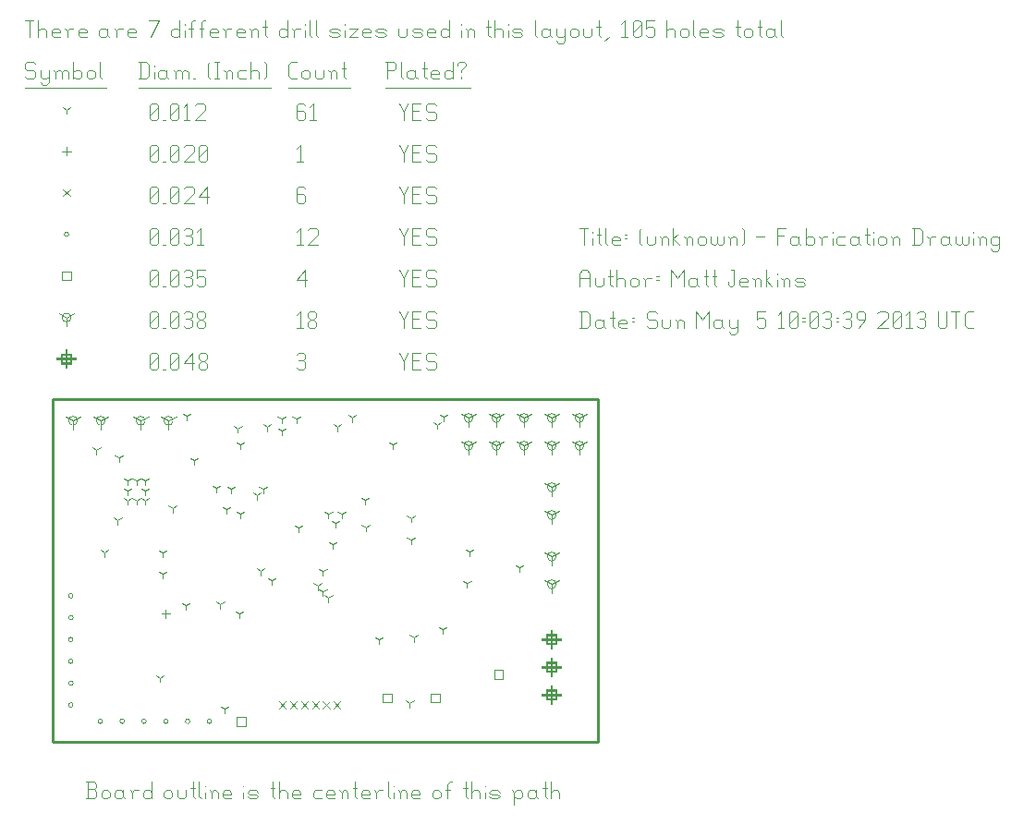
<source format=gbr>
G04 start of page 12 for group -3984 idx -3984 *
G04 Title: (unknown), fab *
G04 Creator: pcb 1.99z *
G04 CreationDate: Sun May  5 10:03:39 2013 UTC *
G04 For: matt *
G04 Format: Gerber/RS-274X *
G04 PCB-Dimensions (mil): 2165.35 1377.95 *
G04 PCB-Coordinate-Origin: lower left *
%MOIN*%
%FSLAX25Y25*%
%LNFAB*%
%ADD146C,0.0100*%
%ADD145C,0.0044*%
%ADD144R,0.0080X0.0080*%
G54D144*X190000Y30995D02*Y24595D01*
X186800Y27795D02*X193200D01*
X188400Y29395D02*X191600D01*
X188400D02*Y26195D01*
X191600D01*
Y29395D02*Y26195D01*
X190000Y40995D02*Y34595D01*
X186800Y37795D02*X193200D01*
X188400Y39395D02*X191600D01*
X188400D02*Y36195D01*
X191600D01*
Y39395D02*Y36195D01*
X190000Y50995D02*Y44595D01*
X186800Y47795D02*X193200D01*
X188400Y49395D02*X191600D01*
X188400D02*Y46195D01*
X191600D01*
Y49395D02*Y46195D01*
X15000Y152245D02*Y145845D01*
X11800Y149045D02*X18200D01*
X13400Y150645D02*X16600D01*
X13400D02*Y147445D01*
X16600D01*
Y150645D02*Y147445D01*
G54D145*X135000Y151295D02*X136500Y148295D01*
X138000Y151295D01*
X136500Y148295D02*Y145295D01*
X139800Y148595D02*X142050D01*
X139800Y145295D02*X142800D01*
X139800Y151295D02*Y145295D01*
Y151295D02*X142800D01*
X147600D02*X148350Y150545D01*
X145350Y151295D02*X147600D01*
X144600Y150545D02*X145350Y151295D01*
X144600Y150545D02*Y149045D01*
X145350Y148295D01*
X147600D01*
X148350Y147545D01*
Y146045D01*
X147600Y145295D02*X148350Y146045D01*
X145350Y145295D02*X147600D01*
X144600Y146045D02*X145350Y145295D01*
X98000Y150545D02*X98750Y151295D01*
X100250D01*
X101000Y150545D01*
X100250Y145295D02*X101000Y146045D01*
X98750Y145295D02*X100250D01*
X98000Y146045D02*X98750Y145295D01*
Y148595D02*X100250D01*
X101000Y150545D02*Y149345D01*
Y147845D02*Y146045D01*
Y147845D02*X100250Y148595D01*
X101000Y149345D02*X100250Y148595D01*
X45000Y146045D02*X45750Y145295D01*
X45000Y150545D02*Y146045D01*
Y150545D02*X45750Y151295D01*
X47250D01*
X48000Y150545D01*
Y146045D01*
X47250Y145295D02*X48000Y146045D01*
X45750Y145295D02*X47250D01*
X45000Y146795D02*X48000Y149795D01*
X49800Y145295D02*X50550D01*
X52350Y146045D02*X53100Y145295D01*
X52350Y150545D02*Y146045D01*
Y150545D02*X53100Y151295D01*
X54600D01*
X55350Y150545D01*
Y146045D01*
X54600Y145295D02*X55350Y146045D01*
X53100Y145295D02*X54600D01*
X52350Y146795D02*X55350Y149795D01*
X57150Y147545D02*X60150Y151295D01*
X57150Y147545D02*X60900D01*
X60150Y151295D02*Y145295D01*
X62700Y146045D02*X63450Y145295D01*
X62700Y147245D02*Y146045D01*
Y147245D02*X63750Y148295D01*
X64650D01*
X65700Y147245D01*
Y146045D01*
X64950Y145295D02*X65700Y146045D01*
X63450Y145295D02*X64950D01*
X62700Y149345D02*X63750Y148295D01*
X62700Y150545D02*Y149345D01*
Y150545D02*X63450Y151295D01*
X64950D01*
X65700Y150545D01*
Y149345D01*
X64650Y148295D02*X65700Y149345D01*
X17323Y126811D02*Y123611D01*
Y126811D02*X20096Y128411D01*
X17323Y126811D02*X14550Y128411D01*
X15723Y126811D02*G75*G03X18923Y126811I1600J0D01*G01*
G75*G03X15723Y126811I-1600J0D01*G01*
X27323D02*Y123611D01*
Y126811D02*X30096Y128411D01*
X27323Y126811D02*X24550Y128411D01*
X25723Y126811D02*G75*G03X28923Y126811I1600J0D01*G01*
G75*G03X25723Y126811I-1600J0D01*G01*
X41732D02*Y123611D01*
Y126811D02*X44506Y128411D01*
X41732Y126811D02*X38959Y128411D01*
X40132Y126811D02*G75*G03X43332Y126811I1600J0D01*G01*
G75*G03X40132Y126811I-1600J0D01*G01*
X51732D02*Y123611D01*
Y126811D02*X54506Y128411D01*
X51732Y126811D02*X48959Y128411D01*
X50132Y126811D02*G75*G03X53332Y126811I1600J0D01*G01*
G75*G03X50132Y126811I-1600J0D01*G01*
X190000Y77795D02*Y74595D01*
Y77795D02*X192773Y79395D01*
X190000Y77795D02*X187227Y79395D01*
X188400Y77795D02*G75*G03X191600Y77795I1600J0D01*G01*
G75*G03X188400Y77795I-1600J0D01*G01*
X190000Y67795D02*Y64595D01*
Y67795D02*X192773Y69395D01*
X190000Y67795D02*X187227Y69395D01*
X188400Y67795D02*G75*G03X191600Y67795I1600J0D01*G01*
G75*G03X188400Y67795I-1600J0D01*G01*
X160000Y117795D02*Y114595D01*
Y117795D02*X162773Y119395D01*
X160000Y117795D02*X157227Y119395D01*
X158400Y117795D02*G75*G03X161600Y117795I1600J0D01*G01*
G75*G03X158400Y117795I-1600J0D01*G01*
X160000Y127795D02*Y124595D01*
Y127795D02*X162773Y129395D01*
X160000Y127795D02*X157227Y129395D01*
X158400Y127795D02*G75*G03X161600Y127795I1600J0D01*G01*
G75*G03X158400Y127795I-1600J0D01*G01*
X170000Y117795D02*Y114595D01*
Y117795D02*X172773Y119395D01*
X170000Y117795D02*X167227Y119395D01*
X168400Y117795D02*G75*G03X171600Y117795I1600J0D01*G01*
G75*G03X168400Y117795I-1600J0D01*G01*
X170000Y127795D02*Y124595D01*
Y127795D02*X172773Y129395D01*
X170000Y127795D02*X167227Y129395D01*
X168400Y127795D02*G75*G03X171600Y127795I1600J0D01*G01*
G75*G03X168400Y127795I-1600J0D01*G01*
X180000Y117795D02*Y114595D01*
Y117795D02*X182773Y119395D01*
X180000Y117795D02*X177227Y119395D01*
X178400Y117795D02*G75*G03X181600Y117795I1600J0D01*G01*
G75*G03X178400Y117795I-1600J0D01*G01*
X180000Y127795D02*Y124595D01*
Y127795D02*X182773Y129395D01*
X180000Y127795D02*X177227Y129395D01*
X178400Y127795D02*G75*G03X181600Y127795I1600J0D01*G01*
G75*G03X178400Y127795I-1600J0D01*G01*
X190000Y117795D02*Y114595D01*
Y117795D02*X192773Y119395D01*
X190000Y117795D02*X187227Y119395D01*
X188400Y117795D02*G75*G03X191600Y117795I1600J0D01*G01*
G75*G03X188400Y117795I-1600J0D01*G01*
X190000Y127795D02*Y124595D01*
Y127795D02*X192773Y129395D01*
X190000Y127795D02*X187227Y129395D01*
X188400Y127795D02*G75*G03X191600Y127795I1600J0D01*G01*
G75*G03X188400Y127795I-1600J0D01*G01*
X200000Y117795D02*Y114595D01*
Y117795D02*X202773Y119395D01*
X200000Y117795D02*X197227Y119395D01*
X198400Y117795D02*G75*G03X201600Y117795I1600J0D01*G01*
G75*G03X198400Y117795I-1600J0D01*G01*
X200000Y127795D02*Y124595D01*
Y127795D02*X202773Y129395D01*
X200000Y127795D02*X197227Y129395D01*
X198400Y127795D02*G75*G03X201600Y127795I1600J0D01*G01*
G75*G03X198400Y127795I-1600J0D01*G01*
X190000Y102795D02*Y99595D01*
Y102795D02*X192773Y104395D01*
X190000Y102795D02*X187227Y104395D01*
X188400Y102795D02*G75*G03X191600Y102795I1600J0D01*G01*
G75*G03X188400Y102795I-1600J0D01*G01*
X190000Y92795D02*Y89595D01*
Y92795D02*X192773Y94395D01*
X190000Y92795D02*X187227Y94395D01*
X188400Y92795D02*G75*G03X191600Y92795I1600J0D01*G01*
G75*G03X188400Y92795I-1600J0D01*G01*
X15000Y164045D02*Y160845D01*
Y164045D02*X17773Y165645D01*
X15000Y164045D02*X12227Y165645D01*
X13400Y164045D02*G75*G03X16600Y164045I1600J0D01*G01*
G75*G03X13400Y164045I-1600J0D01*G01*
X135000Y166295D02*X136500Y163295D01*
X138000Y166295D01*
X136500Y163295D02*Y160295D01*
X139800Y163595D02*X142050D01*
X139800Y160295D02*X142800D01*
X139800Y166295D02*Y160295D01*
Y166295D02*X142800D01*
X147600D02*X148350Y165545D01*
X145350Y166295D02*X147600D01*
X144600Y165545D02*X145350Y166295D01*
X144600Y165545D02*Y164045D01*
X145350Y163295D01*
X147600D01*
X148350Y162545D01*
Y161045D01*
X147600Y160295D02*X148350Y161045D01*
X145350Y160295D02*X147600D01*
X144600Y161045D02*X145350Y160295D01*
X98000Y165095D02*X99200Y166295D01*
Y160295D01*
X98000D02*X100250D01*
X102050Y161045D02*X102800Y160295D01*
X102050Y162245D02*Y161045D01*
Y162245D02*X103100Y163295D01*
X104000D01*
X105050Y162245D01*
Y161045D01*
X104300Y160295D02*X105050Y161045D01*
X102800Y160295D02*X104300D01*
X102050Y164345D02*X103100Y163295D01*
X102050Y165545D02*Y164345D01*
Y165545D02*X102800Y166295D01*
X104300D01*
X105050Y165545D01*
Y164345D01*
X104000Y163295D02*X105050Y164345D01*
X45000Y161045D02*X45750Y160295D01*
X45000Y165545D02*Y161045D01*
Y165545D02*X45750Y166295D01*
X47250D01*
X48000Y165545D01*
Y161045D01*
X47250Y160295D02*X48000Y161045D01*
X45750Y160295D02*X47250D01*
X45000Y161795D02*X48000Y164795D01*
X49800Y160295D02*X50550D01*
X52350Y161045D02*X53100Y160295D01*
X52350Y165545D02*Y161045D01*
Y165545D02*X53100Y166295D01*
X54600D01*
X55350Y165545D01*
Y161045D01*
X54600Y160295D02*X55350Y161045D01*
X53100Y160295D02*X54600D01*
X52350Y161795D02*X55350Y164795D01*
X57150Y165545D02*X57900Y166295D01*
X59400D01*
X60150Y165545D01*
X59400Y160295D02*X60150Y161045D01*
X57900Y160295D02*X59400D01*
X57150Y161045D02*X57900Y160295D01*
Y163595D02*X59400D01*
X60150Y165545D02*Y164345D01*
Y162845D02*Y161045D01*
Y162845D02*X59400Y163595D01*
X60150Y164345D02*X59400Y163595D01*
X61950Y161045D02*X62700Y160295D01*
X61950Y162245D02*Y161045D01*
Y162245D02*X63000Y163295D01*
X63900D01*
X64950Y162245D01*
Y161045D01*
X64200Y160295D02*X64950Y161045D01*
X62700Y160295D02*X64200D01*
X61950Y164345D02*X63000Y163295D01*
X61950Y165545D02*Y164345D01*
Y165545D02*X62700Y166295D01*
X64200D01*
X64950Y165545D01*
Y164345D01*
X63900Y163295D02*X64950Y164345D01*
X76353Y19907D02*X79553D01*
X76353D02*Y16707D01*
X79553D01*
Y19907D02*Y16707D01*
X169266Y36876D02*X172466D01*
X169266D02*Y33676D01*
X172466D01*
Y36876D02*Y33676D01*
X146431Y28411D02*X149631D01*
X146431D02*Y25211D01*
X149631D01*
Y28411D02*Y25211D01*
X129109Y28411D02*X132309D01*
X129109D02*Y25211D01*
X132309D01*
Y28411D02*Y25211D01*
X13400Y180645D02*X16600D01*
X13400D02*Y177445D01*
X16600D01*
Y180645D02*Y177445D01*
X135000Y181295D02*X136500Y178295D01*
X138000Y181295D01*
X136500Y178295D02*Y175295D01*
X139800Y178595D02*X142050D01*
X139800Y175295D02*X142800D01*
X139800Y181295D02*Y175295D01*
Y181295D02*X142800D01*
X147600D02*X148350Y180545D01*
X145350Y181295D02*X147600D01*
X144600Y180545D02*X145350Y181295D01*
X144600Y180545D02*Y179045D01*
X145350Y178295D01*
X147600D01*
X148350Y177545D01*
Y176045D01*
X147600Y175295D02*X148350Y176045D01*
X145350Y175295D02*X147600D01*
X144600Y176045D02*X145350Y175295D01*
X98000Y177545D02*X101000Y181295D01*
X98000Y177545D02*X101750D01*
X101000Y181295D02*Y175295D01*
X45000Y176045D02*X45750Y175295D01*
X45000Y180545D02*Y176045D01*
Y180545D02*X45750Y181295D01*
X47250D01*
X48000Y180545D01*
Y176045D01*
X47250Y175295D02*X48000Y176045D01*
X45750Y175295D02*X47250D01*
X45000Y176795D02*X48000Y179795D01*
X49800Y175295D02*X50550D01*
X52350Y176045D02*X53100Y175295D01*
X52350Y180545D02*Y176045D01*
Y180545D02*X53100Y181295D01*
X54600D01*
X55350Y180545D01*
Y176045D01*
X54600Y175295D02*X55350Y176045D01*
X53100Y175295D02*X54600D01*
X52350Y176795D02*X55350Y179795D01*
X57150Y180545D02*X57900Y181295D01*
X59400D01*
X60150Y180545D01*
X59400Y175295D02*X60150Y176045D01*
X57900Y175295D02*X59400D01*
X57150Y176045D02*X57900Y175295D01*
Y178595D02*X59400D01*
X60150Y180545D02*Y179345D01*
Y177845D02*Y176045D01*
Y177845D02*X59400Y178595D01*
X60150Y179345D02*X59400Y178595D01*
X61950Y181295D02*X64950D01*
X61950D02*Y178295D01*
X62700Y179045D01*
X64200D01*
X64950Y178295D01*
Y176045D01*
X64200Y175295D02*X64950Y176045D01*
X62700Y175295D02*X64200D01*
X61950Y176045D02*X62700Y175295D01*
X26365Y18346D02*G75*G03X27965Y18346I800J0D01*G01*
G75*G03X26365Y18346I-800J0D01*G01*
X34239D02*G75*G03X35839Y18346I800J0D01*G01*
G75*G03X34239Y18346I-800J0D01*G01*
X15735Y63622D02*G75*G03X17335Y63622I800J0D01*G01*
G75*G03X15735Y63622I-800J0D01*G01*
Y55748D02*G75*G03X17335Y55748I800J0D01*G01*
G75*G03X15735Y55748I-800J0D01*G01*
Y47874D02*G75*G03X17335Y47874I800J0D01*G01*
G75*G03X15735Y47874I-800J0D01*G01*
Y40000D02*G75*G03X17335Y40000I800J0D01*G01*
G75*G03X15735Y40000I-800J0D01*G01*
Y32126D02*G75*G03X17335Y32126I800J0D01*G01*
G75*G03X15735Y32126I-800J0D01*G01*
Y24252D02*G75*G03X17335Y24252I800J0D01*G01*
G75*G03X15735Y24252I-800J0D01*G01*
X57861Y18346D02*G75*G03X59461Y18346I800J0D01*G01*
G75*G03X57861Y18346I-800J0D01*G01*
X65735D02*G75*G03X67335Y18346I800J0D01*G01*
G75*G03X65735Y18346I-800J0D01*G01*
X42113D02*G75*G03X43713Y18346I800J0D01*G01*
G75*G03X42113Y18346I-800J0D01*G01*
X49987D02*G75*G03X51587Y18346I800J0D01*G01*
G75*G03X49987Y18346I-800J0D01*G01*
X14200Y194045D02*G75*G03X15800Y194045I800J0D01*G01*
G75*G03X14200Y194045I-800J0D01*G01*
X135000Y196295D02*X136500Y193295D01*
X138000Y196295D01*
X136500Y193295D02*Y190295D01*
X139800Y193595D02*X142050D01*
X139800Y190295D02*X142800D01*
X139800Y196295D02*Y190295D01*
Y196295D02*X142800D01*
X147600D02*X148350Y195545D01*
X145350Y196295D02*X147600D01*
X144600Y195545D02*X145350Y196295D01*
X144600Y195545D02*Y194045D01*
X145350Y193295D01*
X147600D01*
X148350Y192545D01*
Y191045D01*
X147600Y190295D02*X148350Y191045D01*
X145350Y190295D02*X147600D01*
X144600Y191045D02*X145350Y190295D01*
X98000Y195095D02*X99200Y196295D01*
Y190295D01*
X98000D02*X100250D01*
X102050Y195545D02*X102800Y196295D01*
X105050D01*
X105800Y195545D01*
Y194045D01*
X102050Y190295D02*X105800Y194045D01*
X102050Y190295D02*X105800D01*
X45000Y191045D02*X45750Y190295D01*
X45000Y195545D02*Y191045D01*
Y195545D02*X45750Y196295D01*
X47250D01*
X48000Y195545D01*
Y191045D01*
X47250Y190295D02*X48000Y191045D01*
X45750Y190295D02*X47250D01*
X45000Y191795D02*X48000Y194795D01*
X49800Y190295D02*X50550D01*
X52350Y191045D02*X53100Y190295D01*
X52350Y195545D02*Y191045D01*
Y195545D02*X53100Y196295D01*
X54600D01*
X55350Y195545D01*
Y191045D01*
X54600Y190295D02*X55350Y191045D01*
X53100Y190295D02*X54600D01*
X52350Y191795D02*X55350Y194795D01*
X57150Y195545D02*X57900Y196295D01*
X59400D01*
X60150Y195545D01*
X59400Y190295D02*X60150Y191045D01*
X57900Y190295D02*X59400D01*
X57150Y191045D02*X57900Y190295D01*
Y193595D02*X59400D01*
X60150Y195545D02*Y194345D01*
Y192845D02*Y191045D01*
Y192845D02*X59400Y193595D01*
X60150Y194345D02*X59400Y193595D01*
X61950Y195095D02*X63150Y196295D01*
Y190295D01*
X61950D02*X64200D01*
X91713Y25452D02*X94113Y23052D01*
X91713D02*X94113Y25452D01*
X95650D02*X98050Y23052D01*
X95650D02*X98050Y25452D01*
X99587D02*X101987Y23052D01*
X99587D02*X101987Y25452D01*
X103524D02*X105924Y23052D01*
X103524D02*X105924Y25452D01*
X107461D02*X109861Y23052D01*
X107461D02*X109861Y25452D01*
X111398D02*X113798Y23052D01*
X111398D02*X113798Y25452D01*
X13800Y210245D02*X16200Y207845D01*
X13800D02*X16200Y210245D01*
X135000Y211295D02*X136500Y208295D01*
X138000Y211295D01*
X136500Y208295D02*Y205295D01*
X139800Y208595D02*X142050D01*
X139800Y205295D02*X142800D01*
X139800Y211295D02*Y205295D01*
Y211295D02*X142800D01*
X147600D02*X148350Y210545D01*
X145350Y211295D02*X147600D01*
X144600Y210545D02*X145350Y211295D01*
X144600Y210545D02*Y209045D01*
X145350Y208295D01*
X147600D01*
X148350Y207545D01*
Y206045D01*
X147600Y205295D02*X148350Y206045D01*
X145350Y205295D02*X147600D01*
X144600Y206045D02*X145350Y205295D01*
X100250Y211295D02*X101000Y210545D01*
X98750Y211295D02*X100250D01*
X98000Y210545D02*X98750Y211295D01*
X98000Y210545D02*Y206045D01*
X98750Y205295D01*
X100250Y208595D02*X101000Y207845D01*
X98000Y208595D02*X100250D01*
X98750Y205295D02*X100250D01*
X101000Y206045D01*
Y207845D02*Y206045D01*
X45000D02*X45750Y205295D01*
X45000Y210545D02*Y206045D01*
Y210545D02*X45750Y211295D01*
X47250D01*
X48000Y210545D01*
Y206045D01*
X47250Y205295D02*X48000Y206045D01*
X45750Y205295D02*X47250D01*
X45000Y206795D02*X48000Y209795D01*
X49800Y205295D02*X50550D01*
X52350Y206045D02*X53100Y205295D01*
X52350Y210545D02*Y206045D01*
Y210545D02*X53100Y211295D01*
X54600D01*
X55350Y210545D01*
Y206045D01*
X54600Y205295D02*X55350Y206045D01*
X53100Y205295D02*X54600D01*
X52350Y206795D02*X55350Y209795D01*
X57150Y210545D02*X57900Y211295D01*
X60150D01*
X60900Y210545D01*
Y209045D01*
X57150Y205295D02*X60900Y209045D01*
X57150Y205295D02*X60900D01*
X62700Y207545D02*X65700Y211295D01*
X62700Y207545D02*X66450D01*
X65700Y211295D02*Y205295D01*
X50787Y58726D02*Y55526D01*
X49187Y57126D02*X52387D01*
X15000Y225645D02*Y222445D01*
X13400Y224045D02*X16600D01*
X135000Y226295D02*X136500Y223295D01*
X138000Y226295D01*
X136500Y223295D02*Y220295D01*
X139800Y223595D02*X142050D01*
X139800Y220295D02*X142800D01*
X139800Y226295D02*Y220295D01*
Y226295D02*X142800D01*
X147600D02*X148350Y225545D01*
X145350Y226295D02*X147600D01*
X144600Y225545D02*X145350Y226295D01*
X144600Y225545D02*Y224045D01*
X145350Y223295D01*
X147600D01*
X148350Y222545D01*
Y221045D01*
X147600Y220295D02*X148350Y221045D01*
X145350Y220295D02*X147600D01*
X144600Y221045D02*X145350Y220295D01*
X98000Y225095D02*X99200Y226295D01*
Y220295D01*
X98000D02*X100250D01*
X45000Y221045D02*X45750Y220295D01*
X45000Y225545D02*Y221045D01*
Y225545D02*X45750Y226295D01*
X47250D01*
X48000Y225545D01*
Y221045D01*
X47250Y220295D02*X48000Y221045D01*
X45750Y220295D02*X47250D01*
X45000Y221795D02*X48000Y224795D01*
X49800Y220295D02*X50550D01*
X52350Y221045D02*X53100Y220295D01*
X52350Y225545D02*Y221045D01*
Y225545D02*X53100Y226295D01*
X54600D01*
X55350Y225545D01*
Y221045D01*
X54600Y220295D02*X55350Y221045D01*
X53100Y220295D02*X54600D01*
X52350Y221795D02*X55350Y224795D01*
X57150Y225545D02*X57900Y226295D01*
X60150D01*
X60900Y225545D01*
Y224045D01*
X57150Y220295D02*X60900Y224045D01*
X57150Y220295D02*X60900D01*
X62700Y221045D02*X63450Y220295D01*
X62700Y225545D02*Y221045D01*
Y225545D02*X63450Y226295D01*
X64950D01*
X65700Y225545D01*
Y221045D01*
X64950Y220295D02*X65700Y221045D01*
X63450Y220295D02*X64950D01*
X62700Y221795D02*X65700Y224795D01*
X85039Y72677D02*Y71077D01*
Y72677D02*X86426Y73477D01*
X85039Y72677D02*X83653Y73477D01*
X109449Y93150D02*Y91550D01*
Y93150D02*X110835Y93950D01*
X109449Y93150D02*X108062Y93950D01*
X33858Y113583D02*Y111983D01*
Y113583D02*X35245Y114383D01*
X33858Y113583D02*X32472Y114383D01*
X33465Y90984D02*Y89384D01*
Y90984D02*X34851Y91784D01*
X33465Y90984D02*X32078Y91784D01*
X61024Y112441D02*Y110841D01*
Y112441D02*X62410Y113241D01*
X61024Y112441D02*X59637Y113241D01*
X127559Y47874D02*Y46274D01*
Y47874D02*X128946Y48674D01*
X127559Y47874D02*X126172Y48674D01*
X98622Y88228D02*Y86628D01*
Y88228D02*X100009Y89028D01*
X98622Y88228D02*X97235Y89028D01*
X117913Y127992D02*Y126392D01*
Y127992D02*X119300Y128792D01*
X117913Y127992D02*X116527Y128792D01*
X92520Y127598D02*Y125998D01*
Y127598D02*X93906Y128398D01*
X92520Y127598D02*X91133Y128398D01*
X97835Y127598D02*Y125998D01*
Y127598D02*X99221Y128398D01*
X97835Y127598D02*X96448Y128398D01*
X87402Y124646D02*Y123046D01*
Y124646D02*X88788Y125446D01*
X87402Y124646D02*X86015Y125446D01*
X92717Y123268D02*Y121668D01*
Y123268D02*X94103Y124068D01*
X92717Y123268D02*X91330Y124068D01*
X122638Y98268D02*Y96668D01*
Y98268D02*X124024Y99068D01*
X122638Y98268D02*X121251Y99068D01*
X107480Y72480D02*Y70880D01*
Y72480D02*X108867Y73280D01*
X107480Y72480D02*X106094Y73280D01*
X138780Y25039D02*Y23439D01*
Y25039D02*X140166Y25839D01*
X138780Y25039D02*X137393Y25839D01*
X48622Y34094D02*Y32494D01*
Y34094D02*X50009Y34894D01*
X48622Y34094D02*X47235Y34894D01*
X49606Y79173D02*Y77573D01*
Y79173D02*X50993Y79973D01*
X49606Y79173D02*X48220Y79973D01*
X112598Y124646D02*Y123046D01*
Y124646D02*X113985Y125446D01*
X112598Y124646D02*X111212Y125446D01*
X76772Y124055D02*Y122455D01*
Y124055D02*X78158Y124855D01*
X76772Y124055D02*X75385Y124855D01*
X74409Y102205D02*Y100605D01*
Y102205D02*X75796Y103005D01*
X74409Y102205D02*X73023Y103005D01*
X140157Y48661D02*Y47061D01*
Y48661D02*X141544Y49461D01*
X140157Y48661D02*X138771Y49461D01*
X88976Y69134D02*Y67534D01*
Y69134D02*X90363Y69934D01*
X88976Y69134D02*X87590Y69934D01*
X122835Y88425D02*Y86825D01*
Y88425D02*X124221Y89225D01*
X122835Y88425D02*X121448Y89225D01*
X111024Y82126D02*Y80526D01*
Y82126D02*X112410Y82926D01*
X111024Y82126D02*X109637Y82926D01*
X53150Y95315D02*Y93715D01*
Y95315D02*X54536Y96115D01*
X53150Y95315D02*X51763Y96115D01*
X43307Y101575D02*Y99975D01*
Y101575D02*X44694Y102375D01*
X43307Y101575D02*X41920Y102375D01*
X37008Y101575D02*Y99975D01*
Y101575D02*X38395Y102375D01*
X37008Y101575D02*X35621Y102375D01*
X25787Y116339D02*Y114739D01*
Y116339D02*X27174Y117139D01*
X25787Y116339D02*X24401Y117139D01*
X107480Y65197D02*Y63597D01*
Y65197D02*X108867Y65997D01*
X107480Y65197D02*X106094Y65997D01*
X109449Y63031D02*Y61431D01*
Y63031D02*X110835Y63831D01*
X109449Y63031D02*X108062Y63831D01*
X105512Y67362D02*Y65762D01*
Y67362D02*X106898Y68162D01*
X105512Y67362D02*X104125Y68162D01*
X139173Y91772D02*Y90172D01*
Y91772D02*X140560Y92572D01*
X139173Y91772D02*X137787Y92572D01*
X139173Y83898D02*Y82298D01*
Y83898D02*X140560Y84698D01*
X139173Y83898D02*X137787Y84698D01*
X160236Y79567D02*Y77967D01*
Y79567D02*X161623Y80367D01*
X160236Y79567D02*X158850Y80367D01*
X159449Y68150D02*Y66550D01*
Y68150D02*X160835Y68950D01*
X159449Y68150D02*X158062Y68950D01*
X178346Y73858D02*Y72258D01*
Y73858D02*X179733Y74658D01*
X178346Y73858D02*X176960Y74658D01*
X49606Y71496D02*Y69896D01*
Y71496D02*X50993Y72296D01*
X49606Y71496D02*X48220Y72296D01*
X28737Y79373D02*Y77773D01*
Y79373D02*X30124Y80173D01*
X28737Y79373D02*X27350Y80173D01*
X58268Y128583D02*Y126983D01*
Y128583D02*X59654Y129383D01*
X58268Y128583D02*X56881Y129383D01*
X77756Y118150D02*Y116550D01*
Y118150D02*X79143Y118950D01*
X77756Y118150D02*X76369Y118950D01*
X69094Y102598D02*Y100998D01*
Y102598D02*X70481Y103398D01*
X69094Y102598D02*X67708Y103398D01*
X72638Y94921D02*Y93321D01*
Y94921D02*X74024Y95721D01*
X72638Y94921D02*X71251Y95721D01*
X148622Y125433D02*Y123833D01*
Y125433D02*X150009Y126233D01*
X148622Y125433D02*X147235Y126233D01*
X150984Y128189D02*Y126589D01*
Y128189D02*X152371Y128989D01*
X150984Y128189D02*X149598Y128989D01*
X37008Y105157D02*Y103557D01*
Y105157D02*X38395Y105957D01*
X37008Y105157D02*X35621Y105957D01*
X40157Y105157D02*Y103557D01*
Y105157D02*X41544Y105957D01*
X40157Y105157D02*X38771Y105957D01*
X43307Y105157D02*Y103557D01*
Y105157D02*X44694Y105957D01*
X43307Y105157D02*X41920Y105957D01*
X37008Y98071D02*Y96471D01*
Y98071D02*X38395Y98871D01*
X37008Y98071D02*X35621Y98871D01*
X40157Y98071D02*Y96471D01*
Y98071D02*X41544Y98871D01*
X40157Y98071D02*X38771Y98871D01*
X132677Y118150D02*Y116550D01*
Y118150D02*X134064Y118950D01*
X132677Y118150D02*X131290Y118950D01*
X112008Y89803D02*Y88203D01*
Y89803D02*X113395Y90603D01*
X112008Y89803D02*X110621Y90603D01*
X114173Y93150D02*Y91550D01*
Y93150D02*X115560Y93950D01*
X114173Y93150D02*X112787Y93950D01*
X70472Y60669D02*Y59069D01*
Y60669D02*X71859Y61469D01*
X70472Y60669D02*X69086Y61469D01*
X77362Y57126D02*Y55526D01*
Y57126D02*X78749Y57926D01*
X77362Y57126D02*X75976Y57926D01*
X72047Y22874D02*Y21274D01*
Y22874D02*X73434Y23674D01*
X72047Y22874D02*X70661Y23674D01*
X57874Y60276D02*Y58676D01*
Y60276D02*X59261Y61076D01*
X57874Y60276D02*X56487Y61076D01*
X77756Y93150D02*Y91550D01*
Y93150D02*X79143Y93950D01*
X77756Y93150D02*X76369Y93950D01*
X150591Y51614D02*Y50014D01*
Y51614D02*X151977Y52414D01*
X150591Y51614D02*X149204Y52414D01*
X83661Y100039D02*Y98439D01*
Y100039D02*X85048Y100839D01*
X83661Y100039D02*X82275Y100839D01*
X85827Y102205D02*Y100605D01*
Y102205D02*X87213Y103005D01*
X85827Y102205D02*X84440Y103005D01*
X43307Y98071D02*Y96471D01*
Y98071D02*X44694Y98871D01*
X43307Y98071D02*X41920Y98871D01*
X15000Y239045D02*Y237445D01*
Y239045D02*X16387Y239845D01*
X15000Y239045D02*X13613Y239845D01*
X135000Y241295D02*X136500Y238295D01*
X138000Y241295D01*
X136500Y238295D02*Y235295D01*
X139800Y238595D02*X142050D01*
X139800Y235295D02*X142800D01*
X139800Y241295D02*Y235295D01*
Y241295D02*X142800D01*
X147600D02*X148350Y240545D01*
X145350Y241295D02*X147600D01*
X144600Y240545D02*X145350Y241295D01*
X144600Y240545D02*Y239045D01*
X145350Y238295D01*
X147600D01*
X148350Y237545D01*
Y236045D01*
X147600Y235295D02*X148350Y236045D01*
X145350Y235295D02*X147600D01*
X144600Y236045D02*X145350Y235295D01*
X100250Y241295D02*X101000Y240545D01*
X98750Y241295D02*X100250D01*
X98000Y240545D02*X98750Y241295D01*
X98000Y240545D02*Y236045D01*
X98750Y235295D01*
X100250Y238595D02*X101000Y237845D01*
X98000Y238595D02*X100250D01*
X98750Y235295D02*X100250D01*
X101000Y236045D01*
Y237845D02*Y236045D01*
X102800Y240095D02*X104000Y241295D01*
Y235295D01*
X102800D02*X105050D01*
X45000Y236045D02*X45750Y235295D01*
X45000Y240545D02*Y236045D01*
Y240545D02*X45750Y241295D01*
X47250D01*
X48000Y240545D01*
Y236045D01*
X47250Y235295D02*X48000Y236045D01*
X45750Y235295D02*X47250D01*
X45000Y236795D02*X48000Y239795D01*
X49800Y235295D02*X50550D01*
X52350Y236045D02*X53100Y235295D01*
X52350Y240545D02*Y236045D01*
Y240545D02*X53100Y241295D01*
X54600D01*
X55350Y240545D01*
Y236045D01*
X54600Y235295D02*X55350Y236045D01*
X53100Y235295D02*X54600D01*
X52350Y236795D02*X55350Y239795D01*
X57150Y240095D02*X58350Y241295D01*
Y235295D01*
X57150D02*X59400D01*
X61200Y240545D02*X61950Y241295D01*
X64200D01*
X64950Y240545D01*
Y239045D01*
X61200Y235295D02*X64950Y239045D01*
X61200Y235295D02*X64950D01*
X3000Y256295D02*X3750Y255545D01*
X750Y256295D02*X3000D01*
X0Y255545D02*X750Y256295D01*
X0Y255545D02*Y254045D01*
X750Y253295D01*
X3000D01*
X3750Y252545D01*
Y251045D01*
X3000Y250295D02*X3750Y251045D01*
X750Y250295D02*X3000D01*
X0Y251045D02*X750Y250295D01*
X5550Y253295D02*Y251045D01*
X6300Y250295D01*
X8550Y253295D02*Y248795D01*
X7800Y248045D02*X8550Y248795D01*
X6300Y248045D02*X7800D01*
X5550Y248795D02*X6300Y248045D01*
Y250295D02*X7800D01*
X8550Y251045D01*
X11100Y252545D02*Y250295D01*
Y252545D02*X11850Y253295D01*
X12600D01*
X13350Y252545D01*
Y250295D01*
Y252545D02*X14100Y253295D01*
X14850D01*
X15600Y252545D01*
Y250295D01*
X10350Y253295D02*X11100Y252545D01*
X17400Y256295D02*Y250295D01*
Y251045D02*X18150Y250295D01*
X19650D01*
X20400Y251045D01*
Y252545D02*Y251045D01*
X19650Y253295D02*X20400Y252545D01*
X18150Y253295D02*X19650D01*
X17400Y252545D02*X18150Y253295D01*
X22200Y252545D02*Y251045D01*
Y252545D02*X22950Y253295D01*
X24450D01*
X25200Y252545D01*
Y251045D01*
X24450Y250295D02*X25200Y251045D01*
X22950Y250295D02*X24450D01*
X22200Y251045D02*X22950Y250295D01*
X27000Y256295D02*Y251045D01*
X27750Y250295D01*
X0Y247045D02*X29250D01*
X41750Y256295D02*Y250295D01*
X43700Y256295D02*X44750Y255245D01*
Y251345D01*
X43700Y250295D02*X44750Y251345D01*
X41000Y250295D02*X43700D01*
X41000Y256295D02*X43700D01*
X46550Y254795D02*Y254645D01*
Y252545D02*Y250295D01*
X50300Y253295D02*X51050Y252545D01*
X48800Y253295D02*X50300D01*
X48050Y252545D02*X48800Y253295D01*
X48050Y252545D02*Y251045D01*
X48800Y250295D01*
X51050Y253295D02*Y251045D01*
X51800Y250295D01*
X48800D02*X50300D01*
X51050Y251045D01*
X54350Y252545D02*Y250295D01*
Y252545D02*X55100Y253295D01*
X55850D01*
X56600Y252545D01*
Y250295D01*
Y252545D02*X57350Y253295D01*
X58100D01*
X58850Y252545D01*
Y250295D01*
X53600Y253295D02*X54350Y252545D01*
X60650Y250295D02*X61400D01*
X65900Y251045D02*X66650Y250295D01*
X65900Y255545D02*X66650Y256295D01*
X65900Y255545D02*Y251045D01*
X68450Y256295D02*X69950D01*
X69200D02*Y250295D01*
X68450D02*X69950D01*
X72500Y252545D02*Y250295D01*
Y252545D02*X73250Y253295D01*
X74000D01*
X74750Y252545D01*
Y250295D01*
X71750Y253295D02*X72500Y252545D01*
X77300Y253295D02*X79550D01*
X76550Y252545D02*X77300Y253295D01*
X76550Y252545D02*Y251045D01*
X77300Y250295D01*
X79550D01*
X81350Y256295D02*Y250295D01*
Y252545D02*X82100Y253295D01*
X83600D01*
X84350Y252545D01*
Y250295D01*
X86150Y256295D02*X86900Y255545D01*
Y251045D01*
X86150Y250295D02*X86900Y251045D01*
X41000Y247045D02*X88700D01*
X96050Y250295D02*X98000D01*
X95000Y251345D02*X96050Y250295D01*
X95000Y255245D02*Y251345D01*
Y255245D02*X96050Y256295D01*
X98000D01*
X99800Y252545D02*Y251045D01*
Y252545D02*X100550Y253295D01*
X102050D01*
X102800Y252545D01*
Y251045D01*
X102050Y250295D02*X102800Y251045D01*
X100550Y250295D02*X102050D01*
X99800Y251045D02*X100550Y250295D01*
X104600Y253295D02*Y251045D01*
X105350Y250295D01*
X106850D01*
X107600Y251045D01*
Y253295D02*Y251045D01*
X110150Y252545D02*Y250295D01*
Y252545D02*X110900Y253295D01*
X111650D01*
X112400Y252545D01*
Y250295D01*
X109400Y253295D02*X110150Y252545D01*
X114950Y256295D02*Y251045D01*
X115700Y250295D01*
X114200Y254045D02*X115700D01*
X95000Y247045D02*X117200D01*
X130750Y256295D02*Y250295D01*
X130000Y256295D02*X133000D01*
X133750Y255545D01*
Y254045D01*
X133000Y253295D02*X133750Y254045D01*
X130750Y253295D02*X133000D01*
X135550Y256295D02*Y251045D01*
X136300Y250295D01*
X140050Y253295D02*X140800Y252545D01*
X138550Y253295D02*X140050D01*
X137800Y252545D02*X138550Y253295D01*
X137800Y252545D02*Y251045D01*
X138550Y250295D01*
X140800Y253295D02*Y251045D01*
X141550Y250295D01*
X138550D02*X140050D01*
X140800Y251045D01*
X144100Y256295D02*Y251045D01*
X144850Y250295D01*
X143350Y254045D02*X144850D01*
X147100Y250295D02*X149350D01*
X146350Y251045D02*X147100Y250295D01*
X146350Y252545D02*Y251045D01*
Y252545D02*X147100Y253295D01*
X148600D01*
X149350Y252545D01*
X146350Y251795D02*X149350D01*
Y252545D02*Y251795D01*
X154150Y256295D02*Y250295D01*
X153400D02*X154150Y251045D01*
X151900Y250295D02*X153400D01*
X151150Y251045D02*X151900Y250295D01*
X151150Y252545D02*Y251045D01*
Y252545D02*X151900Y253295D01*
X153400D01*
X154150Y252545D01*
X157450Y253295D02*Y252545D01*
Y251045D02*Y250295D01*
X155950Y255545D02*Y254795D01*
Y255545D02*X156700Y256295D01*
X158200D01*
X158950Y255545D01*
Y254795D01*
X157450Y253295D02*X158950Y254795D01*
X130000Y247045D02*X160750D01*
X0Y271295D02*X3000D01*
X1500D02*Y265295D01*
X4800Y271295D02*Y265295D01*
Y267545D02*X5550Y268295D01*
X7050D01*
X7800Y267545D01*
Y265295D01*
X10350D02*X12600D01*
X9600Y266045D02*X10350Y265295D01*
X9600Y267545D02*Y266045D01*
Y267545D02*X10350Y268295D01*
X11850D01*
X12600Y267545D01*
X9600Y266795D02*X12600D01*
Y267545D02*Y266795D01*
X15150Y267545D02*Y265295D01*
Y267545D02*X15900Y268295D01*
X17400D01*
X14400D02*X15150Y267545D01*
X19950Y265295D02*X22200D01*
X19200Y266045D02*X19950Y265295D01*
X19200Y267545D02*Y266045D01*
Y267545D02*X19950Y268295D01*
X21450D01*
X22200Y267545D01*
X19200Y266795D02*X22200D01*
Y267545D02*Y266795D01*
X28950Y268295D02*X29700Y267545D01*
X27450Y268295D02*X28950D01*
X26700Y267545D02*X27450Y268295D01*
X26700Y267545D02*Y266045D01*
X27450Y265295D01*
X29700Y268295D02*Y266045D01*
X30450Y265295D01*
X27450D02*X28950D01*
X29700Y266045D01*
X33000Y267545D02*Y265295D01*
Y267545D02*X33750Y268295D01*
X35250D01*
X32250D02*X33000Y267545D01*
X37800Y265295D02*X40050D01*
X37050Y266045D02*X37800Y265295D01*
X37050Y267545D02*Y266045D01*
Y267545D02*X37800Y268295D01*
X39300D01*
X40050Y267545D01*
X37050Y266795D02*X40050D01*
Y267545D02*Y266795D01*
X45300Y265295D02*X48300Y271295D01*
X44550D02*X48300D01*
X55800D02*Y265295D01*
X55050D02*X55800Y266045D01*
X53550Y265295D02*X55050D01*
X52800Y266045D02*X53550Y265295D01*
X52800Y267545D02*Y266045D01*
Y267545D02*X53550Y268295D01*
X55050D01*
X55800Y267545D01*
X57600Y269795D02*Y269645D01*
Y267545D02*Y265295D01*
X59850Y270545D02*Y265295D01*
Y270545D02*X60600Y271295D01*
X61350D01*
X59100Y268295D02*X60600D01*
X63600Y270545D02*Y265295D01*
Y270545D02*X64350Y271295D01*
X65100D01*
X62850Y268295D02*X64350D01*
X67350Y265295D02*X69600D01*
X66600Y266045D02*X67350Y265295D01*
X66600Y267545D02*Y266045D01*
Y267545D02*X67350Y268295D01*
X68850D01*
X69600Y267545D01*
X66600Y266795D02*X69600D01*
Y267545D02*Y266795D01*
X72150Y267545D02*Y265295D01*
Y267545D02*X72900Y268295D01*
X74400D01*
X71400D02*X72150Y267545D01*
X76950Y265295D02*X79200D01*
X76200Y266045D02*X76950Y265295D01*
X76200Y267545D02*Y266045D01*
Y267545D02*X76950Y268295D01*
X78450D01*
X79200Y267545D01*
X76200Y266795D02*X79200D01*
Y267545D02*Y266795D01*
X81750Y267545D02*Y265295D01*
Y267545D02*X82500Y268295D01*
X83250D01*
X84000Y267545D01*
Y265295D01*
X81000Y268295D02*X81750Y267545D01*
X86550Y271295D02*Y266045D01*
X87300Y265295D01*
X85800Y269045D02*X87300D01*
X94500Y271295D02*Y265295D01*
X93750D02*X94500Y266045D01*
X92250Y265295D02*X93750D01*
X91500Y266045D02*X92250Y265295D01*
X91500Y267545D02*Y266045D01*
Y267545D02*X92250Y268295D01*
X93750D01*
X94500Y267545D01*
X97050D02*Y265295D01*
Y267545D02*X97800Y268295D01*
X99300D01*
X96300D02*X97050Y267545D01*
X101100Y269795D02*Y269645D01*
Y267545D02*Y265295D01*
X102600Y271295D02*Y266045D01*
X103350Y265295D01*
X104850Y271295D02*Y266045D01*
X105600Y265295D01*
X110550D02*X112800D01*
X113550Y266045D01*
X112800Y266795D02*X113550Y266045D01*
X110550Y266795D02*X112800D01*
X109800Y267545D02*X110550Y266795D01*
X109800Y267545D02*X110550Y268295D01*
X112800D01*
X113550Y267545D01*
X109800Y266045D02*X110550Y265295D01*
X115350Y269795D02*Y269645D01*
Y267545D02*Y265295D01*
X116850Y268295D02*X119850D01*
X116850Y265295D02*X119850Y268295D01*
X116850Y265295D02*X119850D01*
X122400D02*X124650D01*
X121650Y266045D02*X122400Y265295D01*
X121650Y267545D02*Y266045D01*
Y267545D02*X122400Y268295D01*
X123900D01*
X124650Y267545D01*
X121650Y266795D02*X124650D01*
Y267545D02*Y266795D01*
X127200Y265295D02*X129450D01*
X130200Y266045D01*
X129450Y266795D02*X130200Y266045D01*
X127200Y266795D02*X129450D01*
X126450Y267545D02*X127200Y266795D01*
X126450Y267545D02*X127200Y268295D01*
X129450D01*
X130200Y267545D01*
X126450Y266045D02*X127200Y265295D01*
X134700Y268295D02*Y266045D01*
X135450Y265295D01*
X136950D01*
X137700Y266045D01*
Y268295D02*Y266045D01*
X140250Y265295D02*X142500D01*
X143250Y266045D01*
X142500Y266795D02*X143250Y266045D01*
X140250Y266795D02*X142500D01*
X139500Y267545D02*X140250Y266795D01*
X139500Y267545D02*X140250Y268295D01*
X142500D01*
X143250Y267545D01*
X139500Y266045D02*X140250Y265295D01*
X145800D02*X148050D01*
X145050Y266045D02*X145800Y265295D01*
X145050Y267545D02*Y266045D01*
Y267545D02*X145800Y268295D01*
X147300D01*
X148050Y267545D01*
X145050Y266795D02*X148050D01*
Y267545D02*Y266795D01*
X152850Y271295D02*Y265295D01*
X152100D02*X152850Y266045D01*
X150600Y265295D02*X152100D01*
X149850Y266045D02*X150600Y265295D01*
X149850Y267545D02*Y266045D01*
Y267545D02*X150600Y268295D01*
X152100D01*
X152850Y267545D01*
X157350Y269795D02*Y269645D01*
Y267545D02*Y265295D01*
X159600Y267545D02*Y265295D01*
Y267545D02*X160350Y268295D01*
X161100D01*
X161850Y267545D01*
Y265295D01*
X158850Y268295D02*X159600Y267545D01*
X167100Y271295D02*Y266045D01*
X167850Y265295D01*
X166350Y269045D02*X167850D01*
X169350Y271295D02*Y265295D01*
Y267545D02*X170100Y268295D01*
X171600D01*
X172350Y267545D01*
Y265295D01*
X174150Y269795D02*Y269645D01*
Y267545D02*Y265295D01*
X176400D02*X178650D01*
X179400Y266045D01*
X178650Y266795D02*X179400Y266045D01*
X176400Y266795D02*X178650D01*
X175650Y267545D02*X176400Y266795D01*
X175650Y267545D02*X176400Y268295D01*
X178650D01*
X179400Y267545D01*
X175650Y266045D02*X176400Y265295D01*
X183900Y271295D02*Y266045D01*
X184650Y265295D01*
X188400Y268295D02*X189150Y267545D01*
X186900Y268295D02*X188400D01*
X186150Y267545D02*X186900Y268295D01*
X186150Y267545D02*Y266045D01*
X186900Y265295D01*
X189150Y268295D02*Y266045D01*
X189900Y265295D01*
X186900D02*X188400D01*
X189150Y266045D01*
X191700Y268295D02*Y266045D01*
X192450Y265295D01*
X194700Y268295D02*Y263795D01*
X193950Y263045D02*X194700Y263795D01*
X192450Y263045D02*X193950D01*
X191700Y263795D02*X192450Y263045D01*
Y265295D02*X193950D01*
X194700Y266045D01*
X196500Y267545D02*Y266045D01*
Y267545D02*X197250Y268295D01*
X198750D01*
X199500Y267545D01*
Y266045D01*
X198750Y265295D02*X199500Y266045D01*
X197250Y265295D02*X198750D01*
X196500Y266045D02*X197250Y265295D01*
X201300Y268295D02*Y266045D01*
X202050Y265295D01*
X203550D01*
X204300Y266045D01*
Y268295D02*Y266045D01*
X206850Y271295D02*Y266045D01*
X207600Y265295D01*
X206100Y269045D02*X207600D01*
X209100Y263795D02*X210600Y265295D01*
X215100Y270095D02*X216300Y271295D01*
Y265295D01*
X215100D02*X217350D01*
X219150Y266045D02*X219900Y265295D01*
X219150Y270545D02*Y266045D01*
Y270545D02*X219900Y271295D01*
X221400D01*
X222150Y270545D01*
Y266045D01*
X221400Y265295D02*X222150Y266045D01*
X219900Y265295D02*X221400D01*
X219150Y266795D02*X222150Y269795D01*
X223950Y271295D02*X226950D01*
X223950D02*Y268295D01*
X224700Y269045D01*
X226200D01*
X226950Y268295D01*
Y266045D01*
X226200Y265295D02*X226950Y266045D01*
X224700Y265295D02*X226200D01*
X223950Y266045D02*X224700Y265295D01*
X231450Y271295D02*Y265295D01*
Y267545D02*X232200Y268295D01*
X233700D01*
X234450Y267545D01*
Y265295D01*
X236250Y267545D02*Y266045D01*
Y267545D02*X237000Y268295D01*
X238500D01*
X239250Y267545D01*
Y266045D01*
X238500Y265295D02*X239250Y266045D01*
X237000Y265295D02*X238500D01*
X236250Y266045D02*X237000Y265295D01*
X241050Y271295D02*Y266045D01*
X241800Y265295D01*
X244050D02*X246300D01*
X243300Y266045D02*X244050Y265295D01*
X243300Y267545D02*Y266045D01*
Y267545D02*X244050Y268295D01*
X245550D01*
X246300Y267545D01*
X243300Y266795D02*X246300D01*
Y267545D02*Y266795D01*
X248850Y265295D02*X251100D01*
X251850Y266045D01*
X251100Y266795D02*X251850Y266045D01*
X248850Y266795D02*X251100D01*
X248100Y267545D02*X248850Y266795D01*
X248100Y267545D02*X248850Y268295D01*
X251100D01*
X251850Y267545D01*
X248100Y266045D02*X248850Y265295D01*
X257100Y271295D02*Y266045D01*
X257850Y265295D01*
X256350Y269045D02*X257850D01*
X259350Y267545D02*Y266045D01*
Y267545D02*X260100Y268295D01*
X261600D01*
X262350Y267545D01*
Y266045D01*
X261600Y265295D02*X262350Y266045D01*
X260100Y265295D02*X261600D01*
X259350Y266045D02*X260100Y265295D01*
X264900Y271295D02*Y266045D01*
X265650Y265295D01*
X264150Y269045D02*X265650D01*
X269400Y268295D02*X270150Y267545D01*
X267900Y268295D02*X269400D01*
X267150Y267545D02*X267900Y268295D01*
X267150Y267545D02*Y266045D01*
X267900Y265295D01*
X270150Y268295D02*Y266045D01*
X270900Y265295D01*
X267900D02*X269400D01*
X270150Y266045D01*
X272700Y271295D02*Y266045D01*
X273450Y265295D01*
G54D146*X9843Y134488D02*Y11063D01*
X206693Y134488D02*Y11063D01*
X9843D02*X206693D01*
X9843Y134488D02*X206693D01*
G54D145*X21943Y-9500D02*X24943D01*
X25693Y-8750D01*
Y-6950D02*Y-8750D01*
X24943Y-6200D02*X25693Y-6950D01*
X22693Y-6200D02*X24943D01*
X22693Y-3500D02*Y-9500D01*
X21943Y-3500D02*X24943D01*
X25693Y-4250D01*
Y-5450D01*
X24943Y-6200D02*X25693Y-5450D01*
X27493Y-7250D02*Y-8750D01*
Y-7250D02*X28243Y-6500D01*
X29743D01*
X30493Y-7250D01*
Y-8750D01*
X29743Y-9500D02*X30493Y-8750D01*
X28243Y-9500D02*X29743D01*
X27493Y-8750D02*X28243Y-9500D01*
X34543Y-6500D02*X35293Y-7250D01*
X33043Y-6500D02*X34543D01*
X32293Y-7250D02*X33043Y-6500D01*
X32293Y-7250D02*Y-8750D01*
X33043Y-9500D01*
X35293Y-6500D02*Y-8750D01*
X36043Y-9500D01*
X33043D02*X34543D01*
X35293Y-8750D01*
X38593Y-7250D02*Y-9500D01*
Y-7250D02*X39343Y-6500D01*
X40843D01*
X37843D02*X38593Y-7250D01*
X45643Y-3500D02*Y-9500D01*
X44893D02*X45643Y-8750D01*
X43393Y-9500D02*X44893D01*
X42643Y-8750D02*X43393Y-9500D01*
X42643Y-7250D02*Y-8750D01*
Y-7250D02*X43393Y-6500D01*
X44893D01*
X45643Y-7250D01*
X50143D02*Y-8750D01*
Y-7250D02*X50893Y-6500D01*
X52393D01*
X53143Y-7250D01*
Y-8750D01*
X52393Y-9500D02*X53143Y-8750D01*
X50893Y-9500D02*X52393D01*
X50143Y-8750D02*X50893Y-9500D01*
X54943Y-6500D02*Y-8750D01*
X55693Y-9500D01*
X57193D01*
X57943Y-8750D01*
Y-6500D02*Y-8750D01*
X60493Y-3500D02*Y-8750D01*
X61243Y-9500D01*
X59743Y-5750D02*X61243D01*
X62743Y-3500D02*Y-8750D01*
X63493Y-9500D01*
X64993Y-5000D02*Y-5150D01*
Y-7250D02*Y-9500D01*
X67243Y-7250D02*Y-9500D01*
Y-7250D02*X67993Y-6500D01*
X68743D01*
X69493Y-7250D01*
Y-9500D01*
X66493Y-6500D02*X67243Y-7250D01*
X72043Y-9500D02*X74293D01*
X71293Y-8750D02*X72043Y-9500D01*
X71293Y-7250D02*Y-8750D01*
Y-7250D02*X72043Y-6500D01*
X73543D01*
X74293Y-7250D01*
X71293Y-8000D02*X74293D01*
Y-7250D02*Y-8000D01*
X78793Y-5000D02*Y-5150D01*
Y-7250D02*Y-9500D01*
X81043D02*X83293D01*
X84043Y-8750D01*
X83293Y-8000D02*X84043Y-8750D01*
X81043Y-8000D02*X83293D01*
X80293Y-7250D02*X81043Y-8000D01*
X80293Y-7250D02*X81043Y-6500D01*
X83293D01*
X84043Y-7250D01*
X80293Y-8750D02*X81043Y-9500D01*
X89293Y-3500D02*Y-8750D01*
X90043Y-9500D01*
X88543Y-5750D02*X90043D01*
X91543Y-3500D02*Y-9500D01*
Y-7250D02*X92293Y-6500D01*
X93793D01*
X94543Y-7250D01*
Y-9500D01*
X97093D02*X99343D01*
X96343Y-8750D02*X97093Y-9500D01*
X96343Y-7250D02*Y-8750D01*
Y-7250D02*X97093Y-6500D01*
X98593D01*
X99343Y-7250D01*
X96343Y-8000D02*X99343D01*
Y-7250D02*Y-8000D01*
X104593Y-6500D02*X106843D01*
X103843Y-7250D02*X104593Y-6500D01*
X103843Y-7250D02*Y-8750D01*
X104593Y-9500D01*
X106843D01*
X109393D02*X111643D01*
X108643Y-8750D02*X109393Y-9500D01*
X108643Y-7250D02*Y-8750D01*
Y-7250D02*X109393Y-6500D01*
X110893D01*
X111643Y-7250D01*
X108643Y-8000D02*X111643D01*
Y-7250D02*Y-8000D01*
X114193Y-7250D02*Y-9500D01*
Y-7250D02*X114943Y-6500D01*
X115693D01*
X116443Y-7250D01*
Y-9500D01*
X113443Y-6500D02*X114193Y-7250D01*
X118993Y-3500D02*Y-8750D01*
X119743Y-9500D01*
X118243Y-5750D02*X119743D01*
X121993Y-9500D02*X124243D01*
X121243Y-8750D02*X121993Y-9500D01*
X121243Y-7250D02*Y-8750D01*
Y-7250D02*X121993Y-6500D01*
X123493D01*
X124243Y-7250D01*
X121243Y-8000D02*X124243D01*
Y-7250D02*Y-8000D01*
X126793Y-7250D02*Y-9500D01*
Y-7250D02*X127543Y-6500D01*
X129043D01*
X126043D02*X126793Y-7250D01*
X130843Y-3500D02*Y-8750D01*
X131593Y-9500D01*
X133093Y-5000D02*Y-5150D01*
Y-7250D02*Y-9500D01*
X135343Y-7250D02*Y-9500D01*
Y-7250D02*X136093Y-6500D01*
X136843D01*
X137593Y-7250D01*
Y-9500D01*
X134593Y-6500D02*X135343Y-7250D01*
X140143Y-9500D02*X142393D01*
X139393Y-8750D02*X140143Y-9500D01*
X139393Y-7250D02*Y-8750D01*
Y-7250D02*X140143Y-6500D01*
X141643D01*
X142393Y-7250D01*
X139393Y-8000D02*X142393D01*
Y-7250D02*Y-8000D01*
X146893Y-7250D02*Y-8750D01*
Y-7250D02*X147643Y-6500D01*
X149143D01*
X149893Y-7250D01*
Y-8750D01*
X149143Y-9500D02*X149893Y-8750D01*
X147643Y-9500D02*X149143D01*
X146893Y-8750D02*X147643Y-9500D01*
X152443Y-4250D02*Y-9500D01*
Y-4250D02*X153193Y-3500D01*
X153943D01*
X151693Y-6500D02*X153193D01*
X158893Y-3500D02*Y-8750D01*
X159643Y-9500D01*
X158143Y-5750D02*X159643D01*
X161143Y-3500D02*Y-9500D01*
Y-7250D02*X161893Y-6500D01*
X163393D01*
X164143Y-7250D01*
Y-9500D01*
X165943Y-5000D02*Y-5150D01*
Y-7250D02*Y-9500D01*
X168193D02*X170443D01*
X171193Y-8750D01*
X170443Y-8000D02*X171193Y-8750D01*
X168193Y-8000D02*X170443D01*
X167443Y-7250D02*X168193Y-8000D01*
X167443Y-7250D02*X168193Y-6500D01*
X170443D01*
X171193Y-7250D01*
X167443Y-8750D02*X168193Y-9500D01*
X176443Y-7250D02*Y-11750D01*
X175693Y-6500D02*X176443Y-7250D01*
X177193Y-6500D01*
X178693D01*
X179443Y-7250D01*
Y-8750D01*
X178693Y-9500D02*X179443Y-8750D01*
X177193Y-9500D02*X178693D01*
X176443Y-8750D02*X177193Y-9500D01*
X183493Y-6500D02*X184243Y-7250D01*
X181993Y-6500D02*X183493D01*
X181243Y-7250D02*X181993Y-6500D01*
X181243Y-7250D02*Y-8750D01*
X181993Y-9500D01*
X184243Y-6500D02*Y-8750D01*
X184993Y-9500D01*
X181993D02*X183493D01*
X184243Y-8750D01*
X187543Y-3500D02*Y-8750D01*
X188293Y-9500D01*
X186793Y-5750D02*X188293D01*
X189793Y-3500D02*Y-9500D01*
Y-7250D02*X190543Y-6500D01*
X192043D01*
X192793Y-7250D01*
Y-9500D01*
X200750Y166295D02*Y160295D01*
X202700Y166295D02*X203750Y165245D01*
Y161345D01*
X202700Y160295D02*X203750Y161345D01*
X200000Y160295D02*X202700D01*
X200000Y166295D02*X202700D01*
X207800Y163295D02*X208550Y162545D01*
X206300Y163295D02*X207800D01*
X205550Y162545D02*X206300Y163295D01*
X205550Y162545D02*Y161045D01*
X206300Y160295D01*
X208550Y163295D02*Y161045D01*
X209300Y160295D01*
X206300D02*X207800D01*
X208550Y161045D01*
X211850Y166295D02*Y161045D01*
X212600Y160295D01*
X211100Y164045D02*X212600D01*
X214850Y160295D02*X217100D01*
X214100Y161045D02*X214850Y160295D01*
X214100Y162545D02*Y161045D01*
Y162545D02*X214850Y163295D01*
X216350D01*
X217100Y162545D01*
X214100Y161795D02*X217100D01*
Y162545D02*Y161795D01*
X218900Y164045D02*X219650D01*
X218900Y162545D02*X219650D01*
X227150Y166295D02*X227900Y165545D01*
X224900Y166295D02*X227150D01*
X224150Y165545D02*X224900Y166295D01*
X224150Y165545D02*Y164045D01*
X224900Y163295D01*
X227150D01*
X227900Y162545D01*
Y161045D01*
X227150Y160295D02*X227900Y161045D01*
X224900Y160295D02*X227150D01*
X224150Y161045D02*X224900Y160295D01*
X229700Y163295D02*Y161045D01*
X230450Y160295D01*
X231950D01*
X232700Y161045D01*
Y163295D02*Y161045D01*
X235250Y162545D02*Y160295D01*
Y162545D02*X236000Y163295D01*
X236750D01*
X237500Y162545D01*
Y160295D01*
X234500Y163295D02*X235250Y162545D01*
X242000Y166295D02*Y160295D01*
Y166295D02*X244250Y163295D01*
X246500Y166295D01*
Y160295D01*
X250550Y163295D02*X251300Y162545D01*
X249050Y163295D02*X250550D01*
X248300Y162545D02*X249050Y163295D01*
X248300Y162545D02*Y161045D01*
X249050Y160295D01*
X251300Y163295D02*Y161045D01*
X252050Y160295D01*
X249050D02*X250550D01*
X251300Y161045D01*
X253850Y163295D02*Y161045D01*
X254600Y160295D01*
X256850Y163295D02*Y158795D01*
X256100Y158045D02*X256850Y158795D01*
X254600Y158045D02*X256100D01*
X253850Y158795D02*X254600Y158045D01*
Y160295D02*X256100D01*
X256850Y161045D01*
X264050Y166295D02*X267050D01*
X264050D02*Y163295D01*
X264800Y164045D01*
X266300D01*
X267050Y163295D01*
Y161045D01*
X266300Y160295D02*X267050Y161045D01*
X264800Y160295D02*X266300D01*
X264050Y161045D02*X264800Y160295D01*
X271550Y165095D02*X272750Y166295D01*
Y160295D01*
X271550D02*X273800D01*
X275600Y161045D02*X276350Y160295D01*
X275600Y165545D02*Y161045D01*
Y165545D02*X276350Y166295D01*
X277850D01*
X278600Y165545D01*
Y161045D01*
X277850Y160295D02*X278600Y161045D01*
X276350Y160295D02*X277850D01*
X275600Y161795D02*X278600Y164795D01*
X280400Y164045D02*X281150D01*
X280400Y162545D02*X281150D01*
X282950Y161045D02*X283700Y160295D01*
X282950Y165545D02*Y161045D01*
Y165545D02*X283700Y166295D01*
X285200D01*
X285950Y165545D01*
Y161045D01*
X285200Y160295D02*X285950Y161045D01*
X283700Y160295D02*X285200D01*
X282950Y161795D02*X285950Y164795D01*
X287750Y165545D02*X288500Y166295D01*
X290000D01*
X290750Y165545D01*
X290000Y160295D02*X290750Y161045D01*
X288500Y160295D02*X290000D01*
X287750Y161045D02*X288500Y160295D01*
Y163595D02*X290000D01*
X290750Y165545D02*Y164345D01*
Y162845D02*Y161045D01*
Y162845D02*X290000Y163595D01*
X290750Y164345D02*X290000Y163595D01*
X292550Y164045D02*X293300D01*
X292550Y162545D02*X293300D01*
X295100Y165545D02*X295850Y166295D01*
X297350D01*
X298100Y165545D01*
X297350Y160295D02*X298100Y161045D01*
X295850Y160295D02*X297350D01*
X295100Y161045D02*X295850Y160295D01*
Y163595D02*X297350D01*
X298100Y165545D02*Y164345D01*
Y162845D02*Y161045D01*
Y162845D02*X297350Y163595D01*
X298100Y164345D02*X297350Y163595D01*
X300650Y160295D02*X302900Y163295D01*
Y165545D02*Y163295D01*
X302150Y166295D02*X302900Y165545D01*
X300650Y166295D02*X302150D01*
X299900Y165545D02*X300650Y166295D01*
X299900Y165545D02*Y164045D01*
X300650Y163295D01*
X302900D01*
X307400Y165545D02*X308150Y166295D01*
X310400D01*
X311150Y165545D01*
Y164045D01*
X307400Y160295D02*X311150Y164045D01*
X307400Y160295D02*X311150D01*
X312950Y161045D02*X313700Y160295D01*
X312950Y165545D02*Y161045D01*
Y165545D02*X313700Y166295D01*
X315200D01*
X315950Y165545D01*
Y161045D01*
X315200Y160295D02*X315950Y161045D01*
X313700Y160295D02*X315200D01*
X312950Y161795D02*X315950Y164795D01*
X317750Y165095D02*X318950Y166295D01*
Y160295D01*
X317750D02*X320000D01*
X321800Y165545D02*X322550Y166295D01*
X324050D01*
X324800Y165545D01*
X324050Y160295D02*X324800Y161045D01*
X322550Y160295D02*X324050D01*
X321800Y161045D02*X322550Y160295D01*
Y163595D02*X324050D01*
X324800Y165545D02*Y164345D01*
Y162845D02*Y161045D01*
Y162845D02*X324050Y163595D01*
X324800Y164345D02*X324050Y163595D01*
X329300Y166295D02*Y161045D01*
X330050Y160295D01*
X331550D01*
X332300Y161045D01*
Y166295D02*Y161045D01*
X334100Y166295D02*X337100D01*
X335600D02*Y160295D01*
X339950D02*X341900D01*
X338900Y161345D02*X339950Y160295D01*
X338900Y165245D02*Y161345D01*
Y165245D02*X339950Y166295D01*
X341900D01*
X200000Y179795D02*Y175295D01*
Y179795D02*X201050Y181295D01*
X202700D01*
X203750Y179795D01*
Y175295D01*
X200000Y178295D02*X203750D01*
X205550D02*Y176045D01*
X206300Y175295D01*
X207800D01*
X208550Y176045D01*
Y178295D02*Y176045D01*
X211100Y181295D02*Y176045D01*
X211850Y175295D01*
X210350Y179045D02*X211850D01*
X213350Y181295D02*Y175295D01*
Y177545D02*X214100Y178295D01*
X215600D01*
X216350Y177545D01*
Y175295D01*
X218150Y177545D02*Y176045D01*
Y177545D02*X218900Y178295D01*
X220400D01*
X221150Y177545D01*
Y176045D01*
X220400Y175295D02*X221150Y176045D01*
X218900Y175295D02*X220400D01*
X218150Y176045D02*X218900Y175295D01*
X223700Y177545D02*Y175295D01*
Y177545D02*X224450Y178295D01*
X225950D01*
X222950D02*X223700Y177545D01*
X227750Y179045D02*X228500D01*
X227750Y177545D02*X228500D01*
X233000Y181295D02*Y175295D01*
Y181295D02*X235250Y178295D01*
X237500Y181295D01*
Y175295D01*
X241550Y178295D02*X242300Y177545D01*
X240050Y178295D02*X241550D01*
X239300Y177545D02*X240050Y178295D01*
X239300Y177545D02*Y176045D01*
X240050Y175295D01*
X242300Y178295D02*Y176045D01*
X243050Y175295D01*
X240050D02*X241550D01*
X242300Y176045D01*
X245600Y181295D02*Y176045D01*
X246350Y175295D01*
X244850Y179045D02*X246350D01*
X248600Y181295D02*Y176045D01*
X249350Y175295D01*
X247850Y179045D02*X249350D01*
X254600Y181295D02*X255800D01*
Y176045D01*
X255050Y175295D02*X255800Y176045D01*
X254300Y175295D02*X255050D01*
X253550Y176045D02*X254300Y175295D01*
X253550Y176795D02*Y176045D01*
X258350Y175295D02*X260600D01*
X257600Y176045D02*X258350Y175295D01*
X257600Y177545D02*Y176045D01*
Y177545D02*X258350Y178295D01*
X259850D01*
X260600Y177545D01*
X257600Y176795D02*X260600D01*
Y177545D02*Y176795D01*
X263150Y177545D02*Y175295D01*
Y177545D02*X263900Y178295D01*
X264650D01*
X265400Y177545D01*
Y175295D01*
X262400Y178295D02*X263150Y177545D01*
X267200Y181295D02*Y175295D01*
Y177545D02*X269450Y175295D01*
X267200Y177545D02*X268700Y179045D01*
X271250Y179795D02*Y179645D01*
Y177545D02*Y175295D01*
X273500Y177545D02*Y175295D01*
Y177545D02*X274250Y178295D01*
X275000D01*
X275750Y177545D01*
Y175295D01*
X272750Y178295D02*X273500Y177545D01*
X278300Y175295D02*X280550D01*
X281300Y176045D01*
X280550Y176795D02*X281300Y176045D01*
X278300Y176795D02*X280550D01*
X277550Y177545D02*X278300Y176795D01*
X277550Y177545D02*X278300Y178295D01*
X280550D01*
X281300Y177545D01*
X277550Y176045D02*X278300Y175295D01*
X200000Y196295D02*X203000D01*
X201500D02*Y190295D01*
X204800Y194795D02*Y194645D01*
Y192545D02*Y190295D01*
X207050Y196295D02*Y191045D01*
X207800Y190295D01*
X206300Y194045D02*X207800D01*
X209300Y196295D02*Y191045D01*
X210050Y190295D01*
X212300D02*X214550D01*
X211550Y191045D02*X212300Y190295D01*
X211550Y192545D02*Y191045D01*
Y192545D02*X212300Y193295D01*
X213800D01*
X214550Y192545D01*
X211550Y191795D02*X214550D01*
Y192545D02*Y191795D01*
X216350Y194045D02*X217100D01*
X216350Y192545D02*X217100D01*
X221600Y191045D02*X222350Y190295D01*
X221600Y195545D02*X222350Y196295D01*
X221600Y195545D02*Y191045D01*
X224150Y193295D02*Y191045D01*
X224900Y190295D01*
X226400D01*
X227150Y191045D01*
Y193295D02*Y191045D01*
X229700Y192545D02*Y190295D01*
Y192545D02*X230450Y193295D01*
X231200D01*
X231950Y192545D01*
Y190295D01*
X228950Y193295D02*X229700Y192545D01*
X233750Y196295D02*Y190295D01*
Y192545D02*X236000Y190295D01*
X233750Y192545D02*X235250Y194045D01*
X238550Y192545D02*Y190295D01*
Y192545D02*X239300Y193295D01*
X240050D01*
X240800Y192545D01*
Y190295D01*
X237800Y193295D02*X238550Y192545D01*
X242600D02*Y191045D01*
Y192545D02*X243350Y193295D01*
X244850D01*
X245600Y192545D01*
Y191045D01*
X244850Y190295D02*X245600Y191045D01*
X243350Y190295D02*X244850D01*
X242600Y191045D02*X243350Y190295D01*
X247400Y193295D02*Y191045D01*
X248150Y190295D01*
X248900D01*
X249650Y191045D01*
Y193295D02*Y191045D01*
X250400Y190295D01*
X251150D01*
X251900Y191045D01*
Y193295D02*Y191045D01*
X254450Y192545D02*Y190295D01*
Y192545D02*X255200Y193295D01*
X255950D01*
X256700Y192545D01*
Y190295D01*
X253700Y193295D02*X254450Y192545D01*
X258500Y196295D02*X259250Y195545D01*
Y191045D01*
X258500Y190295D02*X259250Y191045D01*
X263750Y193295D02*X266750D01*
X271250Y196295D02*Y190295D01*
Y196295D02*X274250D01*
X271250Y193595D02*X273500D01*
X278300Y193295D02*X279050Y192545D01*
X276800Y193295D02*X278300D01*
X276050Y192545D02*X276800Y193295D01*
X276050Y192545D02*Y191045D01*
X276800Y190295D01*
X279050Y193295D02*Y191045D01*
X279800Y190295D01*
X276800D02*X278300D01*
X279050Y191045D01*
X281600Y196295D02*Y190295D01*
Y191045D02*X282350Y190295D01*
X283850D01*
X284600Y191045D01*
Y192545D02*Y191045D01*
X283850Y193295D02*X284600Y192545D01*
X282350Y193295D02*X283850D01*
X281600Y192545D02*X282350Y193295D01*
X287150Y192545D02*Y190295D01*
Y192545D02*X287900Y193295D01*
X289400D01*
X286400D02*X287150Y192545D01*
X291200Y194795D02*Y194645D01*
Y192545D02*Y190295D01*
X293450Y193295D02*X295700D01*
X292700Y192545D02*X293450Y193295D01*
X292700Y192545D02*Y191045D01*
X293450Y190295D01*
X295700D01*
X299750Y193295D02*X300500Y192545D01*
X298250Y193295D02*X299750D01*
X297500Y192545D02*X298250Y193295D01*
X297500Y192545D02*Y191045D01*
X298250Y190295D01*
X300500Y193295D02*Y191045D01*
X301250Y190295D01*
X298250D02*X299750D01*
X300500Y191045D01*
X303800Y196295D02*Y191045D01*
X304550Y190295D01*
X303050Y194045D02*X304550D01*
X306050Y194795D02*Y194645D01*
Y192545D02*Y190295D01*
X307550Y192545D02*Y191045D01*
Y192545D02*X308300Y193295D01*
X309800D01*
X310550Y192545D01*
Y191045D01*
X309800Y190295D02*X310550Y191045D01*
X308300Y190295D02*X309800D01*
X307550Y191045D02*X308300Y190295D01*
X313100Y192545D02*Y190295D01*
Y192545D02*X313850Y193295D01*
X314600D01*
X315350Y192545D01*
Y190295D01*
X312350Y193295D02*X313100Y192545D01*
X320600Y196295D02*Y190295D01*
X322550Y196295D02*X323600Y195245D01*
Y191345D01*
X322550Y190295D02*X323600Y191345D01*
X319850Y190295D02*X322550D01*
X319850Y196295D02*X322550D01*
X326150Y192545D02*Y190295D01*
Y192545D02*X326900Y193295D01*
X328400D01*
X325400D02*X326150Y192545D01*
X332450Y193295D02*X333200Y192545D01*
X330950Y193295D02*X332450D01*
X330200Y192545D02*X330950Y193295D01*
X330200Y192545D02*Y191045D01*
X330950Y190295D01*
X333200Y193295D02*Y191045D01*
X333950Y190295D01*
X330950D02*X332450D01*
X333200Y191045D01*
X335750Y193295D02*Y191045D01*
X336500Y190295D01*
X337250D01*
X338000Y191045D01*
Y193295D02*Y191045D01*
X338750Y190295D01*
X339500D01*
X340250Y191045D01*
Y193295D02*Y191045D01*
X342050Y194795D02*Y194645D01*
Y192545D02*Y190295D01*
X344300Y192545D02*Y190295D01*
Y192545D02*X345050Y193295D01*
X345800D01*
X346550Y192545D01*
Y190295D01*
X343550Y193295D02*X344300Y192545D01*
X350600Y193295D02*X351350Y192545D01*
X349100Y193295D02*X350600D01*
X348350Y192545D02*X349100Y193295D01*
X348350Y192545D02*Y191045D01*
X349100Y190295D01*
X350600D01*
X351350Y191045D01*
X348350Y188795D02*X349100Y188045D01*
X350600D01*
X351350Y188795D01*
Y193295D02*Y188795D01*
M02*

</source>
